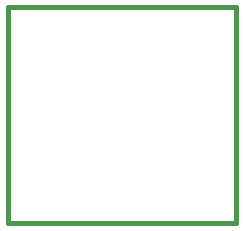
<source format=gbr>
G04 (created by PCBNEW-RS274X (2010-03-14)-final) date vie 11 nov 2011 19:20:16 ART*
G01*
G70*
G90*
%MOIN*%
G04 Gerber Fmt 3.4, Leading zero omitted, Abs format*
%FSLAX34Y34*%
G04 APERTURE LIST*
%ADD10C,0.000100*%
%ADD11C,0.015000*%
G04 APERTURE END LIST*
G54D10*
G54D11*
X67850Y-62400D02*
X67850Y-55200D01*
X75450Y-62400D02*
X67850Y-62400D01*
X75450Y-55200D02*
X75450Y-62400D01*
X67850Y-55200D02*
X75450Y-55200D01*
M02*

</source>
